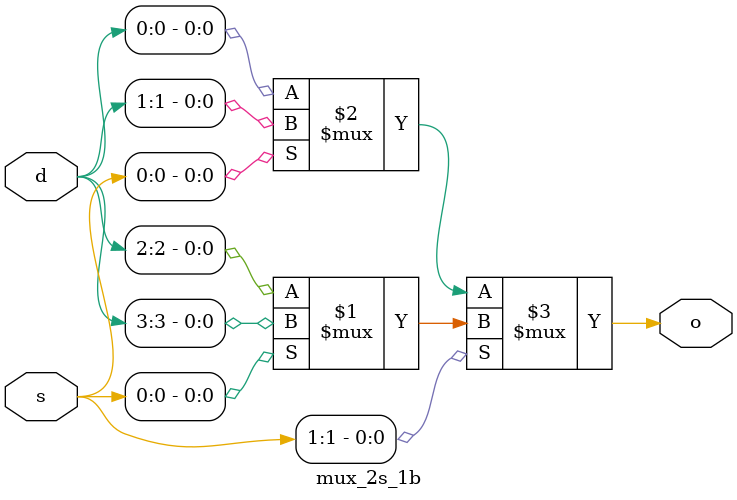
<source format=v>
module mux_2s_1b (
  input [3:0]d,
  input [1:0]s,
  output o
  );
  
assign o = s[1] ? (s[0] ? d[3]:d[2]) : (s[0] ? d[1]:d[0]);

endmodule

</source>
